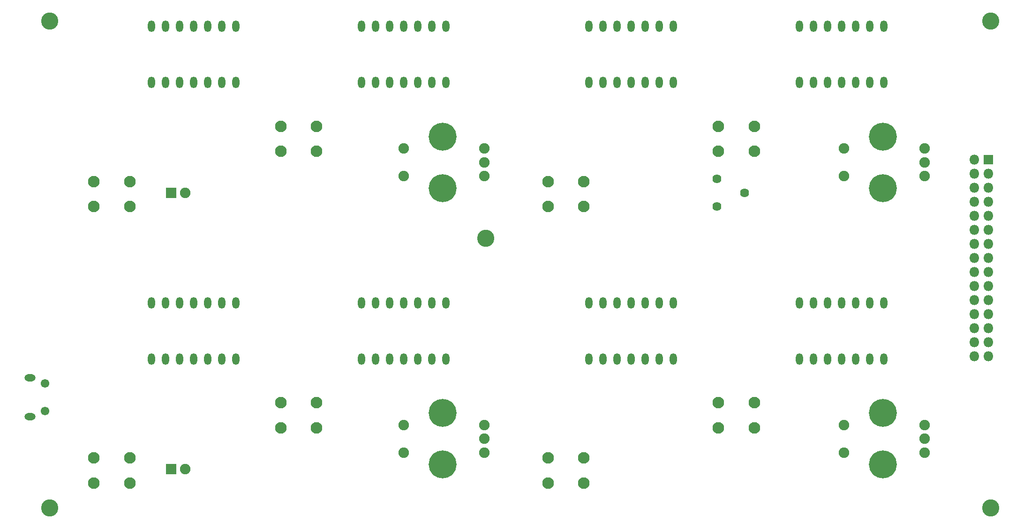
<source format=gbr>
%TF.GenerationSoftware,KiCad,Pcbnew,(5.1.6)-1*%
%TF.CreationDate,2020-09-26T19:54:48-07:00*%
%TF.ProjectId,Cessna 172 nav and com radio,43657373-6e61-4203-9137-32206e617620,rev?*%
%TF.SameCoordinates,Original*%
%TF.FileFunction,Soldermask,Top*%
%TF.FilePolarity,Negative*%
%FSLAX46Y46*%
G04 Gerber Fmt 4.6, Leading zero omitted, Abs format (unit mm)*
G04 Created by KiCad (PCBNEW (5.1.6)-1) date 2020-09-26 19:54:48*
%MOMM*%
%LPD*%
G01*
G04 APERTURE LIST*
%ADD10O,1.300000X2.100000*%
%ADD11C,3.100000*%
%ADD12C,1.624000*%
%ADD13C,1.900000*%
%ADD14R,1.900000X1.900000*%
%ADD15C,2.100000*%
%ADD16C,1.550000*%
%ADD17O,2.000000X1.300000*%
%ADD18C,5.050000*%
%ADD19R,1.800000X1.800000*%
%ADD20O,1.800000X1.800000*%
G04 APERTURE END LIST*
D10*
%TO.C,U4*%
X106620000Y-46080000D03*
X106620000Y-35920000D03*
X104080000Y-46080000D03*
X104080000Y-35920000D03*
X101540000Y-46080000D03*
X101540000Y-35920000D03*
X99000000Y-46080000D03*
X99000000Y-35920000D03*
X96460000Y-46080000D03*
X96460000Y-35920000D03*
X93920000Y-46080000D03*
X93920000Y-35920000D03*
X91380000Y-46080000D03*
X91380000Y-35920000D03*
%TD*%
D11*
%TO.C,H5*%
X113750000Y-74250000D03*
%TD*%
D12*
%TO.C,RV1*%
X155500000Y-68500000D03*
X155500000Y-63500000D03*
X160500000Y-66000000D03*
%TD*%
D11*
%TO.C,H3*%
X205000000Y-35000000D03*
%TD*%
%TO.C,H4*%
X205000000Y-123000000D03*
%TD*%
%TO.C,H2*%
X35000000Y-123000000D03*
%TD*%
%TO.C,H1*%
X35000000Y-35000000D03*
%TD*%
D10*
%TO.C,U2*%
X68620000Y-46080000D03*
X68620000Y-35920000D03*
X66080000Y-46080000D03*
X66080000Y-35920000D03*
X63540000Y-46080000D03*
X63540000Y-35920000D03*
X61000000Y-46080000D03*
X61000000Y-35920000D03*
X58460000Y-46080000D03*
X58460000Y-35920000D03*
X55920000Y-46080000D03*
X55920000Y-35920000D03*
X53380000Y-46080000D03*
X53380000Y-35920000D03*
%TD*%
%TO.C,U6*%
X147620000Y-46080000D03*
X147620000Y-35920000D03*
X145080000Y-46080000D03*
X145080000Y-35920000D03*
X142540000Y-46080000D03*
X142540000Y-35920000D03*
X140000000Y-46080000D03*
X140000000Y-35920000D03*
X137460000Y-46080000D03*
X137460000Y-35920000D03*
X134920000Y-46080000D03*
X134920000Y-35920000D03*
X132380000Y-46080000D03*
X132380000Y-35920000D03*
%TD*%
%TO.C,U8*%
X185620000Y-46080000D03*
X185620000Y-35920000D03*
X183080000Y-46080000D03*
X183080000Y-35920000D03*
X180540000Y-46080000D03*
X180540000Y-35920000D03*
X178000000Y-46080000D03*
X178000000Y-35920000D03*
X175460000Y-46080000D03*
X175460000Y-35920000D03*
X172920000Y-46080000D03*
X172920000Y-35920000D03*
X170380000Y-46080000D03*
X170380000Y-35920000D03*
%TD*%
D13*
%TO.C,D3*%
X59540000Y-66000000D03*
D14*
X57000000Y-66000000D03*
%TD*%
D15*
%TO.C,SW1*%
X76750000Y-58500000D03*
X76750000Y-54000000D03*
X83250000Y-58500000D03*
X83250000Y-54000000D03*
%TD*%
%TO.C,SW2*%
X162250000Y-54000000D03*
X162250000Y-58500000D03*
X155750000Y-54000000D03*
X155750000Y-58500000D03*
%TD*%
%TO.C,SW3*%
X125000000Y-68500000D03*
X125000000Y-64000000D03*
X131500000Y-68500000D03*
X131500000Y-64000000D03*
%TD*%
D16*
%TO.C,J2*%
X34162500Y-105500000D03*
X34162500Y-100500000D03*
D17*
X31462500Y-106500000D03*
X31462500Y-99500000D03*
%TD*%
D18*
%TO.C,J3*%
X106000000Y-55850000D03*
X106000000Y-65150000D03*
D13*
X99000000Y-58000000D03*
X99000000Y-63000000D03*
X113500000Y-60500000D03*
X113500000Y-58000000D03*
X113500000Y-63000000D03*
%TD*%
%TO.C,J4*%
X193000000Y-63000000D03*
X193000000Y-58000000D03*
X193000000Y-60500000D03*
X178500000Y-63000000D03*
X178500000Y-58000000D03*
D18*
X185500000Y-65150000D03*
X185500000Y-55850000D03*
%TD*%
D13*
%TO.C,D6*%
X59540000Y-116000000D03*
D14*
X57000000Y-116000000D03*
%TD*%
D13*
%TO.C,J1*%
X113500000Y-113000000D03*
X113500000Y-108000000D03*
X113500000Y-110500000D03*
X99000000Y-113000000D03*
X99000000Y-108000000D03*
D18*
X106000000Y-115150000D03*
X106000000Y-105850000D03*
%TD*%
%TO.C,J6*%
X185500000Y-105850000D03*
X185500000Y-115150000D03*
D13*
X178500000Y-108000000D03*
X178500000Y-113000000D03*
X193000000Y-110500000D03*
X193000000Y-108000000D03*
X193000000Y-113000000D03*
%TD*%
D15*
%TO.C,SW4*%
X76750000Y-108500000D03*
X76750000Y-104000000D03*
X83250000Y-108500000D03*
X83250000Y-104000000D03*
%TD*%
%TO.C,SW5*%
X162250000Y-104000000D03*
X162250000Y-108500000D03*
X155750000Y-104000000D03*
X155750000Y-108500000D03*
%TD*%
%TO.C,SW6*%
X125000000Y-118500000D03*
X125000000Y-114000000D03*
X131500000Y-118500000D03*
X131500000Y-114000000D03*
%TD*%
D10*
%TO.C,U10*%
X53380000Y-85920000D03*
X53380000Y-96080000D03*
X55920000Y-85920000D03*
X55920000Y-96080000D03*
X58460000Y-85920000D03*
X58460000Y-96080000D03*
X61000000Y-85920000D03*
X61000000Y-96080000D03*
X63540000Y-85920000D03*
X63540000Y-96080000D03*
X66080000Y-85920000D03*
X66080000Y-96080000D03*
X68620000Y-85920000D03*
X68620000Y-96080000D03*
%TD*%
%TO.C,U12*%
X147620000Y-96080000D03*
X147620000Y-85920000D03*
X145080000Y-96080000D03*
X145080000Y-85920000D03*
X142540000Y-96080000D03*
X142540000Y-85920000D03*
X140000000Y-96080000D03*
X140000000Y-85920000D03*
X137460000Y-96080000D03*
X137460000Y-85920000D03*
X134920000Y-96080000D03*
X134920000Y-85920000D03*
X132380000Y-96080000D03*
X132380000Y-85920000D03*
%TD*%
%TO.C,U14*%
X185620000Y-96080000D03*
X185620000Y-85920000D03*
X183080000Y-96080000D03*
X183080000Y-85920000D03*
X180540000Y-96080000D03*
X180540000Y-85920000D03*
X178000000Y-96080000D03*
X178000000Y-85920000D03*
X175460000Y-96080000D03*
X175460000Y-85920000D03*
X172920000Y-96080000D03*
X172920000Y-85920000D03*
X170380000Y-96080000D03*
X170380000Y-85920000D03*
%TD*%
%TO.C,U16*%
X91380000Y-85920000D03*
X91380000Y-96080000D03*
X93920000Y-85920000D03*
X93920000Y-96080000D03*
X96460000Y-85920000D03*
X96460000Y-96080000D03*
X99000000Y-85920000D03*
X99000000Y-96080000D03*
X101540000Y-85920000D03*
X101540000Y-96080000D03*
X104080000Y-85920000D03*
X104080000Y-96080000D03*
X106620000Y-85920000D03*
X106620000Y-96080000D03*
%TD*%
D15*
%TO.C,SW7*%
X43000000Y-68500000D03*
X43000000Y-64000000D03*
X49500000Y-68500000D03*
X49500000Y-64000000D03*
%TD*%
%TO.C,SW8*%
X49500000Y-114000000D03*
X49500000Y-118500000D03*
X43000000Y-114000000D03*
X43000000Y-118500000D03*
%TD*%
D19*
%TO.C,J5*%
X204500000Y-60000000D03*
D20*
X201960000Y-60000000D03*
X204500000Y-62540000D03*
X201960000Y-62540000D03*
X204500000Y-65080000D03*
X201960000Y-65080000D03*
X204500000Y-67620000D03*
X201960000Y-67620000D03*
X204500000Y-70160000D03*
X201960000Y-70160000D03*
X204500000Y-72700000D03*
X201960000Y-72700000D03*
X204500000Y-75240000D03*
X201960000Y-75240000D03*
X204500000Y-77780000D03*
X201960000Y-77780000D03*
X204500000Y-80320000D03*
X201960000Y-80320000D03*
X204500000Y-82860000D03*
X201960000Y-82860000D03*
X204500000Y-85400000D03*
X201960000Y-85400000D03*
X204500000Y-87940000D03*
X201960000Y-87940000D03*
X204500000Y-90480000D03*
X201960000Y-90480000D03*
X204500000Y-93020000D03*
X201960000Y-93020000D03*
X204500000Y-95560000D03*
X201960000Y-95560000D03*
%TD*%
M02*

</source>
